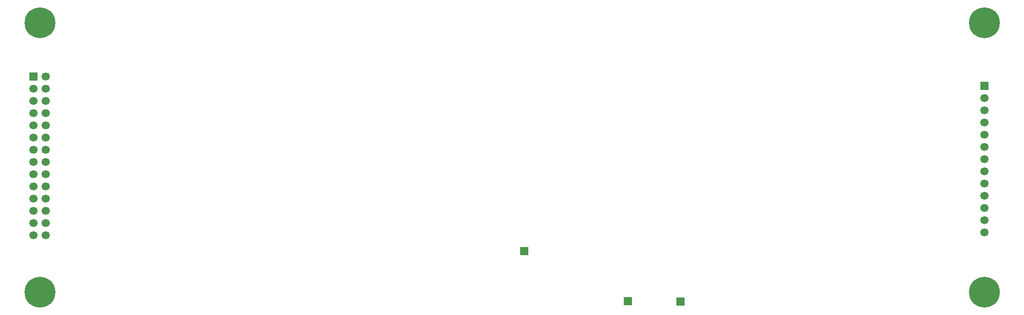
<source format=gbr>
%TF.GenerationSoftware,KiCad,Pcbnew,9.0.6-9.0.6~ubuntu24.04.1*%
%TF.CreationDate,2025-11-14T05:25:22+09:00*%
%TF.ProjectId,NCO_board,4e434f5f-626f-4617-9264-2e6b69636164,rev?*%
%TF.SameCoordinates,Original*%
%TF.FileFunction,Soldermask,Bot*%
%TF.FilePolarity,Negative*%
%FSLAX46Y46*%
G04 Gerber Fmt 4.6, Leading zero omitted, Abs format (unit mm)*
G04 Created by KiCad (PCBNEW 9.0.6-9.0.6~ubuntu24.04.1) date 2025-11-14 05:25:22*
%MOMM*%
%LPD*%
G01*
G04 APERTURE LIST*
%ADD10R,1.700000X1.700000*%
%ADD11C,1.700000*%
%ADD12C,6.400000*%
G04 APERTURE END LIST*
D10*
%TO.C,J6*%
X140000000Y-65000000D03*
%TD*%
%TO.C,GND*%
X129000000Y-64900000D03*
%TD*%
D11*
%TO.C,Inputs*%
X8250000Y-51190000D03*
X5710000Y-51190000D03*
X8250000Y-48650000D03*
X5710000Y-48650000D03*
X8250000Y-46110000D03*
X5710000Y-46110000D03*
X8250000Y-43570000D03*
X5710000Y-43570000D03*
X8250000Y-41030000D03*
X5710000Y-41030000D03*
X8250000Y-38490000D03*
X5710000Y-38490000D03*
X8250000Y-35950000D03*
X5710000Y-35950000D03*
X8250000Y-33410000D03*
X5710000Y-33410000D03*
X8250000Y-30870000D03*
X5710000Y-30870000D03*
X8250000Y-28330000D03*
X5710000Y-28330000D03*
X8250000Y-25790000D03*
X5710000Y-25790000D03*
X8250000Y-23250000D03*
X5710000Y-23250000D03*
X8250000Y-20710000D03*
X5710000Y-20710000D03*
X8250000Y-18170000D03*
D10*
X5710000Y-18170000D03*
%TD*%
D12*
%TO.C,H4*%
X203000000Y-63000000D03*
%TD*%
%TO.C,H1*%
X7000000Y-7000000D03*
%TD*%
D10*
%TO.C,Clock*%
X107500000Y-54500000D03*
%TD*%
%TO.C,Outputs*%
X203000000Y-20060000D03*
D11*
X203000000Y-22600000D03*
X203000000Y-25140000D03*
X203000000Y-27680000D03*
X203000000Y-30220000D03*
X203000000Y-32760000D03*
X203000000Y-35300000D03*
X203000000Y-37840000D03*
X203000000Y-40380000D03*
X203000000Y-42920000D03*
X203000000Y-45460000D03*
X203000000Y-48000000D03*
X203000000Y-50540000D03*
%TD*%
D12*
%TO.C,H2*%
X7000000Y-63000000D03*
%TD*%
%TO.C,H3*%
X203000000Y-7000000D03*
%TD*%
M02*

</source>
